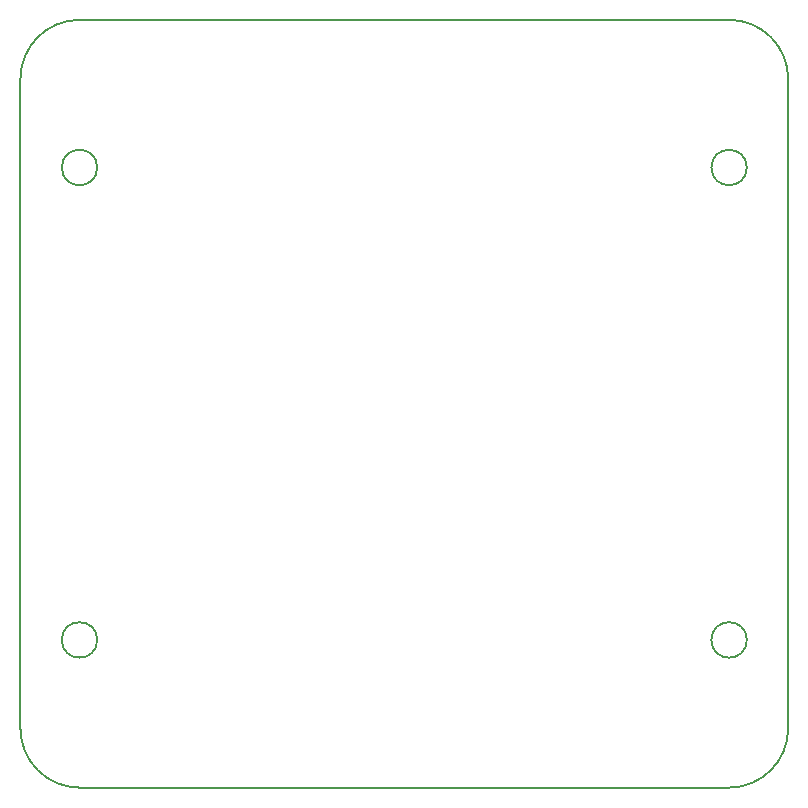
<source format=gbr>
%TF.GenerationSoftware,KiCad,Pcbnew,(6.0.10)*%
%TF.CreationDate,2023-02-03T08:49:19+00:00*%
%TF.ProjectId,Radar,52616461-722e-46b6-9963-61645f706362,rev?*%
%TF.SameCoordinates,Original*%
%TF.FileFunction,Profile,NP*%
%FSLAX46Y46*%
G04 Gerber Fmt 4.6, Leading zero omitted, Abs format (unit mm)*
G04 Created by KiCad (PCBNEW (6.0.10)) date 2023-02-03 08:49:19*
%MOMM*%
%LPD*%
G01*
G04 APERTURE LIST*
%TA.AperFunction,Profile*%
%ADD10C,0.200000*%
%TD*%
G04 APERTURE END LIST*
D10*
X171680000Y-59780000D02*
X116680000Y-59780000D01*
X118180000Y-112280000D02*
G75*
G03*
X118180000Y-112280000I-1500000J0D01*
G01*
X118180000Y-72280000D02*
G75*
G03*
X118180000Y-72280000I-1500000J0D01*
G01*
X171680000Y-124780000D02*
G75*
G03*
X176680000Y-119780000I0J5000000D01*
G01*
X116680000Y-124780000D02*
X171680000Y-124780000D01*
X116680000Y-59780000D02*
G75*
G03*
X111680000Y-64780000I0J-5000000D01*
G01*
X173180000Y-72280000D02*
G75*
G03*
X173180000Y-72280000I-1500000J0D01*
G01*
X176680000Y-119780000D02*
X176680000Y-64780000D01*
X173180000Y-112280000D02*
G75*
G03*
X173180000Y-112280000I-1500000J0D01*
G01*
X111680000Y-64780000D02*
X111680000Y-119780000D01*
X111680000Y-119780000D02*
G75*
G03*
X116680000Y-124780000I5000000J0D01*
G01*
X176680000Y-64780000D02*
G75*
G03*
X171680000Y-59780000I-5000000J0D01*
G01*
M02*

</source>
